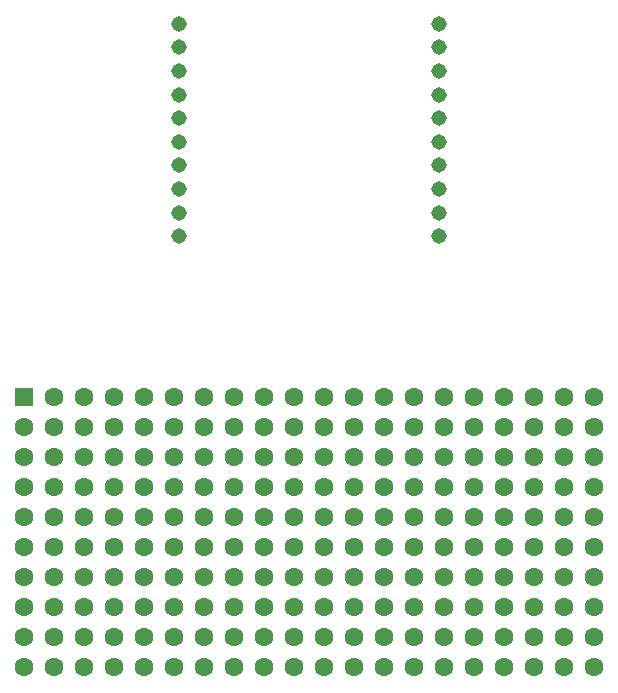
<source format=gbr>
G04 EAGLE Gerber RS-274X export*
G75*
%MOMM*%
%FSLAX34Y34*%
%LPD*%
%INTop Copper*%
%IPPOS*%
%AMOC8*
5,1,8,0,0,1.08239X$1,22.5*%
G01*
%ADD10C,1.308000*%
%ADD11R,1.600200X1.600200*%
%ADD12C,1.600200*%


D10*
X182100Y620860D03*
X182100Y600860D03*
X182100Y580860D03*
X182100Y560860D03*
X182100Y540860D03*
X182100Y520860D03*
X182100Y500860D03*
X182100Y480860D03*
X182100Y460860D03*
X182100Y440860D03*
X402100Y440860D03*
X402100Y460860D03*
X402100Y480860D03*
X402100Y500860D03*
X402100Y520860D03*
X402100Y540860D03*
X402100Y560860D03*
X402100Y580860D03*
X402100Y600860D03*
X402100Y620860D03*
D11*
X50800Y304800D03*
D12*
X76200Y304800D03*
X101600Y304800D03*
X127000Y304800D03*
X152400Y304800D03*
X177800Y304800D03*
X203200Y304800D03*
X228600Y304800D03*
X254000Y304800D03*
X279400Y304800D03*
X304800Y304800D03*
X330200Y304800D03*
X355600Y304800D03*
X381000Y304800D03*
X406400Y304800D03*
X431800Y304800D03*
X457200Y304800D03*
X482600Y304800D03*
X508000Y304800D03*
X533400Y304800D03*
X50800Y279400D03*
X76200Y279400D03*
X101600Y279400D03*
X127000Y279400D03*
X152400Y279400D03*
X177800Y279400D03*
X203200Y279400D03*
X228600Y279400D03*
X254000Y279400D03*
X279400Y279400D03*
X304800Y279400D03*
X330200Y279400D03*
X355600Y279400D03*
X381000Y279400D03*
X406400Y279400D03*
X431800Y279400D03*
X457200Y279400D03*
X482600Y279400D03*
X508000Y279400D03*
X533400Y279400D03*
X50800Y254000D03*
X76200Y254000D03*
X101600Y254000D03*
X127000Y254000D03*
X152400Y254000D03*
X177800Y254000D03*
X203200Y254000D03*
X228600Y254000D03*
X254000Y254000D03*
X279400Y254000D03*
X304800Y254000D03*
X330200Y254000D03*
X355600Y254000D03*
X381000Y254000D03*
X406400Y254000D03*
X431800Y254000D03*
X457200Y254000D03*
X482600Y254000D03*
X508000Y254000D03*
X533400Y254000D03*
X50800Y228600D03*
X76200Y228600D03*
X101600Y228600D03*
X127000Y228600D03*
X152400Y228600D03*
X177800Y228600D03*
X203200Y228600D03*
X228600Y228600D03*
X254000Y228600D03*
X279400Y228600D03*
X304800Y228600D03*
X330200Y228600D03*
X355600Y228600D03*
X381000Y228600D03*
X406400Y228600D03*
X431800Y228600D03*
X457200Y228600D03*
X482600Y228600D03*
X508000Y228600D03*
X533400Y228600D03*
X50800Y203200D03*
X76200Y203200D03*
X101600Y203200D03*
X127000Y203200D03*
X152400Y203200D03*
X177800Y203200D03*
X203200Y203200D03*
X228600Y203200D03*
X254000Y203200D03*
X279400Y203200D03*
X304800Y203200D03*
X330200Y203200D03*
X355600Y203200D03*
X381000Y203200D03*
X406400Y203200D03*
X431800Y203200D03*
X457200Y203200D03*
X482600Y203200D03*
X508000Y203200D03*
X533400Y203200D03*
X50800Y177800D03*
X76200Y177800D03*
X101600Y177800D03*
X127000Y177800D03*
X152400Y177800D03*
X177800Y177800D03*
X203200Y177800D03*
X228600Y177800D03*
X254000Y177800D03*
X279400Y177800D03*
X304800Y177800D03*
X330200Y177800D03*
X355600Y177800D03*
X381000Y177800D03*
X406400Y177800D03*
X431800Y177800D03*
X457200Y177800D03*
X482600Y177800D03*
X508000Y177800D03*
X533400Y177800D03*
X50800Y152400D03*
X76200Y152400D03*
X101600Y152400D03*
X127000Y152400D03*
X152400Y152400D03*
X177800Y152400D03*
X203200Y152400D03*
X228600Y152400D03*
X254000Y152400D03*
X279400Y152400D03*
X304800Y152400D03*
X330200Y152400D03*
X355600Y152400D03*
X381000Y152400D03*
X406400Y152400D03*
X431800Y152400D03*
X457200Y152400D03*
X482600Y152400D03*
X508000Y152400D03*
X533400Y152400D03*
X50800Y127000D03*
X76200Y127000D03*
X101600Y127000D03*
X127000Y127000D03*
X152400Y127000D03*
X177800Y127000D03*
X203200Y127000D03*
X228600Y127000D03*
X254000Y127000D03*
X279400Y127000D03*
X304800Y127000D03*
X330200Y127000D03*
X355600Y127000D03*
X381000Y127000D03*
X406400Y127000D03*
X431800Y127000D03*
X457200Y127000D03*
X482600Y127000D03*
X508000Y127000D03*
X533400Y127000D03*
X50800Y101600D03*
X76200Y101600D03*
X101600Y101600D03*
X127000Y101600D03*
X152400Y101600D03*
X177800Y101600D03*
X203200Y101600D03*
X228600Y101600D03*
X254000Y101600D03*
X279400Y101600D03*
X304800Y101600D03*
X330200Y101600D03*
X355600Y101600D03*
X381000Y101600D03*
X406400Y101600D03*
X431800Y101600D03*
X457200Y101600D03*
X482600Y101600D03*
X508000Y101600D03*
X533400Y101600D03*
X50800Y76200D03*
X76200Y76200D03*
X101600Y76200D03*
X127000Y76200D03*
X152400Y76200D03*
X177800Y76200D03*
X203200Y76200D03*
X228600Y76200D03*
X254000Y76200D03*
X279400Y76200D03*
X304800Y76200D03*
X330200Y76200D03*
X355600Y76200D03*
X381000Y76200D03*
X406400Y76200D03*
X431800Y76200D03*
X457200Y76200D03*
X482600Y76200D03*
X508000Y76200D03*
X533400Y76200D03*
M02*

</source>
